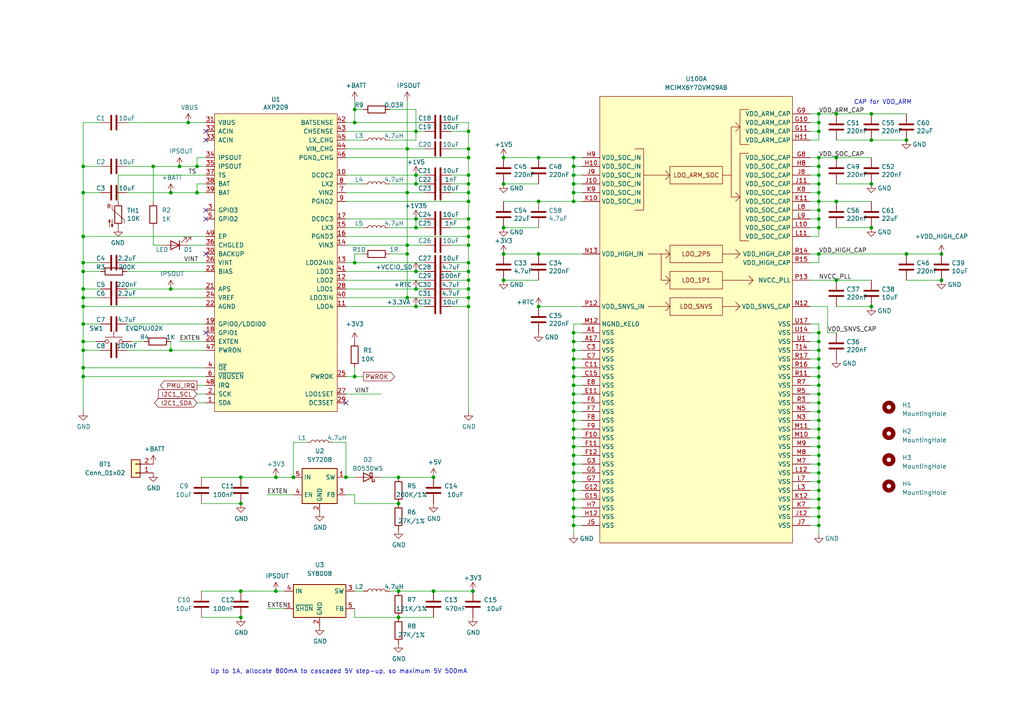
<source format=kicad_sch>
(kicad_sch (version 20210621) (generator eeschema)
  (paper "A4")
  (title_block (title "NekoInk Mainboard") (date "2021-09-28") (rev "R0.2") (company "Copyright 2021 Wenting Zhang") (comment 2 "MERCHANTABILITY, SATISFACTORY QUALITY AND FITNESS FOR A PARTICULAR PURPOSE.") (comment 3 "This source is distributed WITHOUT ANY EXPRESS OR IMPLIED WARRANTY, INCLUDING OF") (comment 4 "This source describes Open Hardware and is licensed under the CERN-OHL-P v2."))
  (junction (at 24.13 48.26) (diameter 0.9144))
  (junction (at 24.13 55.88) (diameter 0.9144))
  (junction (at 24.13 68.58) (diameter 0.9144))
  (junction (at 24.13 76.2) (diameter 0.9144))
  (junction (at 24.13 78.74) (diameter 0.9144))
  (junction (at 24.13 83.82) (diameter 0.9144))
  (junction (at 24.13 86.36) (diameter 0.9144))
  (junction (at 24.13 88.9) (diameter 0.9144))
  (junction (at 24.13 93.98) (diameter 0.9144))
  (junction (at 24.13 99.06))
  (junction (at 24.13 101.6) (diameter 0.9144))
  (junction (at 24.13 106.68) (diameter 0.9144))
  (junction (at 24.13 109.22))
  (junction (at 44.45 48.26))
  (junction (at 49.53 55.88) (diameter 0.9144))
  (junction (at 49.53 83.82) (diameter 0.9144))
  (junction (at 49.53 101.6))
  (junction (at 52.07 48.26) (diameter 0.9144))
  (junction (at 54.61 35.56) (diameter 0.9144))
  (junction (at 57.15 48.26) (diameter 0.9144))
  (junction (at 57.15 55.88) (diameter 0.9144))
  (junction (at 69.85 138.43) (diameter 0.9144))
  (junction (at 69.85 146.05) (diameter 0.9144))
  (junction (at 69.85 171.45) (diameter 0.9144))
  (junction (at 69.85 179.07) (diameter 0.9144))
  (junction (at 80.01 138.43))
  (junction (at 80.01 171.45) (diameter 0.9144))
  (junction (at 85.09 138.43) (diameter 0.9144))
  (junction (at 100.33 138.43) (diameter 0.9144))
  (junction (at 102.87 31.75) (diameter 0.9144))
  (junction (at 102.87 35.56) (diameter 0.9144))
  (junction (at 102.87 76.2) (diameter 0.9144))
  (junction (at 102.87 109.22))
  (junction (at 115.57 138.43) (diameter 0.9144))
  (junction (at 115.57 146.05) (diameter 0.9144))
  (junction (at 115.57 171.45) (diameter 0.9144))
  (junction (at 115.57 179.07) (diameter 0.9144))
  (junction (at 118.11 43.18) (diameter 0.9144))
  (junction (at 118.11 55.88) (diameter 0.9144))
  (junction (at 118.11 71.12) (diameter 0.9144))
  (junction (at 118.11 73.66) (diameter 0.9144))
  (junction (at 118.11 86.36) (diameter 0.9144))
  (junction (at 120.65 38.1) (diameter 0.9144))
  (junction (at 120.65 50.8) (diameter 0.9144))
  (junction (at 120.65 53.34) (diameter 0.9144))
  (junction (at 120.65 63.5) (diameter 0.9144))
  (junction (at 120.65 66.04) (diameter 0.9144))
  (junction (at 120.65 78.74))
  (junction (at 120.65 83.82) (diameter 0.9144))
  (junction (at 120.65 88.9) (diameter 0.9144))
  (junction (at 125.73 138.43) (diameter 0.9144))
  (junction (at 125.73 171.45))
  (junction (at 135.89 38.1) (diameter 0.9144))
  (junction (at 135.89 43.18) (diameter 0.9144))
  (junction (at 135.89 45.72) (diameter 0.9144))
  (junction (at 135.89 50.8) (diameter 0.9144))
  (junction (at 135.89 53.34) (diameter 0.9144))
  (junction (at 135.89 55.88) (diameter 0.9144))
  (junction (at 135.89 58.42) (diameter 0.9144))
  (junction (at 135.89 63.5) (diameter 0.9144))
  (junction (at 135.89 66.04) (diameter 0.9144))
  (junction (at 135.89 68.58) (diameter 0.9144))
  (junction (at 135.89 71.12) (diameter 0.9144))
  (junction (at 135.89 76.2) (diameter 0.9144))
  (junction (at 135.89 78.74) (diameter 0.9144))
  (junction (at 135.89 81.28) (diameter 0.9144))
  (junction (at 135.89 83.82) (diameter 0.9144))
  (junction (at 135.89 86.36) (diameter 0.9144))
  (junction (at 135.89 88.9) (diameter 0.9144))
  (junction (at 137.16 171.45))
  (junction (at 146.05 45.72) (diameter 0.9144))
  (junction (at 146.05 53.34))
  (junction (at 146.05 66.04) (diameter 0.9144))
  (junction (at 146.05 73.66) (diameter 0.9144))
  (junction (at 146.05 81.28) (diameter 0.9144))
  (junction (at 156.21 45.72) (diameter 0.9144))
  (junction (at 156.21 58.42))
  (junction (at 156.21 73.66) (diameter 0.9144))
  (junction (at 156.21 88.9) (diameter 0.9144))
  (junction (at 166.37 45.72) (diameter 0.9144))
  (junction (at 166.37 48.26) (diameter 0.9144))
  (junction (at 166.37 50.8) (diameter 0.9144))
  (junction (at 166.37 53.34) (diameter 0.9144))
  (junction (at 166.37 55.88) (diameter 0.9144))
  (junction (at 166.37 58.42))
  (junction (at 166.37 96.52) (diameter 0.9144))
  (junction (at 166.37 99.06) (diameter 0.9144))
  (junction (at 166.37 101.6) (diameter 0.9144))
  (junction (at 166.37 104.14) (diameter 0.9144))
  (junction (at 166.37 106.68) (diameter 0.9144))
  (junction (at 166.37 109.22) (diameter 0.9144))
  (junction (at 166.37 111.76) (diameter 0.9144))
  (junction (at 166.37 114.3) (diameter 0.9144))
  (junction (at 166.37 116.84) (diameter 0.9144))
  (junction (at 166.37 119.38) (diameter 0.9144))
  (junction (at 166.37 121.92) (diameter 0.9144))
  (junction (at 166.37 124.46) (diameter 0.9144))
  (junction (at 166.37 127) (diameter 0.9144))
  (junction (at 166.37 129.54) (diameter 0.9144))
  (junction (at 166.37 132.08) (diameter 0.9144))
  (junction (at 166.37 134.62) (diameter 0.9144))
  (junction (at 166.37 137.16) (diameter 0.9144))
  (junction (at 166.37 139.7) (diameter 0.9144))
  (junction (at 166.37 142.24) (diameter 0.9144))
  (junction (at 166.37 144.78) (diameter 0.9144))
  (junction (at 166.37 147.32) (diameter 0.9144))
  (junction (at 166.37 149.86) (diameter 0.9144))
  (junction (at 166.37 152.4) (diameter 0.9144))
  (junction (at 237.49 33.02) (diameter 0.9144))
  (junction (at 237.49 35.56) (diameter 0.9144))
  (junction (at 237.49 38.1) (diameter 0.9144))
  (junction (at 237.49 45.72) (diameter 0.9144))
  (junction (at 237.49 48.26) (diameter 0.9144))
  (junction (at 237.49 50.8) (diameter 0.9144))
  (junction (at 237.49 53.34) (diameter 0.9144))
  (junction (at 237.49 55.88) (diameter 0.9144))
  (junction (at 237.49 58.42) (diameter 0.9144))
  (junction (at 237.49 60.96) (diameter 0.9144))
  (junction (at 237.49 63.5) (diameter 0.9144))
  (junction (at 237.49 66.04) (diameter 0.9144))
  (junction (at 237.49 73.66) (diameter 0.9144))
  (junction (at 237.49 96.52) (diameter 0.9144))
  (junction (at 237.49 99.06) (diameter 0.9144))
  (junction (at 237.49 101.6) (diameter 0.9144))
  (junction (at 237.49 104.14) (diameter 0.9144))
  (junction (at 237.49 106.68) (diameter 0.9144))
  (junction (at 237.49 109.22) (diameter 0.9144))
  (junction (at 237.49 111.76) (diameter 0.9144))
  (junction (at 237.49 114.3) (diameter 0.9144))
  (junction (at 237.49 116.84) (diameter 0.9144))
  (junction (at 237.49 119.38) (diameter 0.9144))
  (junction (at 237.49 121.92) (diameter 0.9144))
  (junction (at 237.49 124.46) (diameter 0.9144))
  (junction (at 237.49 127) (diameter 0.9144))
  (junction (at 237.49 129.54) (diameter 0.9144))
  (junction (at 237.49 132.08) (diameter 0.9144))
  (junction (at 237.49 134.62) (diameter 0.9144))
  (junction (at 237.49 137.16) (diameter 0.9144))
  (junction (at 237.49 139.7) (diameter 0.9144))
  (junction (at 237.49 142.24) (diameter 0.9144))
  (junction (at 237.49 144.78) (diameter 0.9144))
  (junction (at 237.49 147.32) (diameter 0.9144))
  (junction (at 237.49 149.86) (diameter 0.9144))
  (junction (at 237.49 152.4) (diameter 0.9144))
  (junction (at 242.57 33.02) (diameter 0.9144))
  (junction (at 242.57 45.72) (diameter 0.9144))
  (junction (at 242.57 58.42))
  (junction (at 242.57 81.28))
  (junction (at 252.73 33.02) (diameter 0.9144))
  (junction (at 252.73 40.64) (diameter 0.9144))
  (junction (at 252.73 53.34) (diameter 0.9144))
  (junction (at 252.73 66.04) (diameter 0.9144))
  (junction (at 252.73 88.9) (diameter 0.9144))
  (junction (at 262.89 40.64) (diameter 0.9144))
  (junction (at 262.89 73.66) (diameter 0.9144))
  (junction (at 273.05 73.66) (diameter 0.9144))
  (junction (at 273.05 81.28) (diameter 0.9144))
  (no_connect (at 59.69 38.1))
  (no_connect (at 59.69 40.64))
  (no_connect (at 59.69 60.96))
  (no_connect (at 59.69 63.5))
  (no_connect (at 59.69 73.66))
  (no_connect (at 59.69 96.52))
  (no_connect (at 100.33 116.84))
  (wire (pts (xy 24.13 35.56) (xy 24.13 48.26)))
  (wire (pts (xy 24.13 48.26) (xy 24.13 55.88)))
  (wire (pts (xy 24.13 55.88) (xy 24.13 68.58)))
  (wire (pts (xy 24.13 68.58) (xy 24.13 76.2)))
  (wire (pts (xy 24.13 76.2) (xy 24.13 78.74)))
  (wire (pts (xy 24.13 78.74) (xy 24.13 83.82)))
  (wire (pts (xy 24.13 83.82) (xy 24.13 86.36)))
  (wire (pts (xy 24.13 86.36) (xy 24.13 88.9)))
  (wire (pts (xy 24.13 88.9) (xy 24.13 93.98)))
  (wire (pts (xy 24.13 88.9) (xy 59.69 88.9)))
  (wire (pts (xy 24.13 93.98) (xy 24.13 99.06)))
  (wire (pts (xy 24.13 99.06) (xy 24.13 101.6)))
  (wire (pts (xy 24.13 99.06) (xy 27.94 99.06)))
  (wire (pts (xy 24.13 101.6) (xy 24.13 106.68)))
  (wire (pts (xy 24.13 106.68) (xy 24.13 109.22)))
  (wire (pts (xy 24.13 109.22) (xy 24.13 119.38)))
  (wire (pts (xy 24.13 109.22) (xy 59.69 109.22)))
  (wire (pts (xy 29.21 35.56) (xy 24.13 35.56)))
  (wire (pts (xy 29.21 48.26) (xy 24.13 48.26)))
  (wire (pts (xy 29.21 55.88) (xy 24.13 55.88)))
  (wire (pts (xy 29.21 76.2) (xy 24.13 76.2)))
  (wire (pts (xy 29.21 78.74) (xy 24.13 78.74)))
  (wire (pts (xy 29.21 83.82) (xy 24.13 83.82)))
  (wire (pts (xy 29.21 86.36) (xy 24.13 86.36)))
  (wire (pts (xy 29.21 93.98) (xy 24.13 93.98)))
  (wire (pts (xy 29.21 101.6) (xy 24.13 101.6)))
  (wire (pts (xy 34.29 50.8) (xy 34.29 58.42)))
  (wire (pts (xy 36.83 35.56) (xy 54.61 35.56)))
  (wire (pts (xy 36.83 48.26) (xy 44.45 48.26)))
  (wire (pts (xy 36.83 76.2) (xy 59.69 76.2)))
  (wire (pts (xy 36.83 83.82) (xy 49.53 83.82)))
  (wire (pts (xy 36.83 86.36) (xy 59.69 86.36)))
  (wire (pts (xy 36.83 101.6) (xy 49.53 101.6)))
  (wire (pts (xy 38.1 99.06) (xy 41.91 99.06)))
  (wire (pts (xy 44.45 48.26) (xy 44.45 58.42)))
  (wire (pts (xy 44.45 48.26) (xy 52.07 48.26)))
  (wire (pts (xy 44.45 66.04) (xy 44.45 71.12)))
  (wire (pts (xy 44.45 71.12) (xy 46.99 71.12)))
  (wire (pts (xy 49.53 55.88) (xy 36.83 55.88)))
  (wire (pts (xy 49.53 83.82) (xy 59.69 83.82)))
  (wire (pts (xy 49.53 99.06) (xy 49.53 101.6)))
  (wire (pts (xy 49.53 101.6) (xy 59.69 101.6)))
  (wire (pts (xy 52.07 48.26) (xy 57.15 48.26)))
  (wire (pts (xy 52.07 99.06) (xy 59.69 99.06)))
  (wire (pts (xy 54.61 35.56) (xy 59.69 35.56)))
  (wire (pts (xy 54.61 71.12) (xy 59.69 71.12)))
  (wire (pts (xy 57.15 45.72) (xy 57.15 48.26)))
  (wire (pts (xy 57.15 48.26) (xy 59.69 48.26)))
  (wire (pts (xy 57.15 53.34) (xy 57.15 55.88)))
  (wire (pts (xy 57.15 55.88) (xy 49.53 55.88)))
  (wire (pts (xy 58.42 138.43) (xy 69.85 138.43)))
  (wire (pts (xy 58.42 146.05) (xy 69.85 146.05)))
  (wire (pts (xy 58.42 171.45) (xy 69.85 171.45)))
  (wire (pts (xy 58.42 179.07) (xy 69.85 179.07)))
  (wire (pts (xy 59.69 45.72) (xy 57.15 45.72)))
  (wire (pts (xy 59.69 50.8) (xy 34.29 50.8)))
  (wire (pts (xy 59.69 53.34) (xy 57.15 53.34)))
  (wire (pts (xy 59.69 55.88) (xy 57.15 55.88)))
  (wire (pts (xy 59.69 68.58) (xy 24.13 68.58)))
  (wire (pts (xy 59.69 78.74) (xy 36.83 78.74)))
  (wire (pts (xy 59.69 93.98) (xy 36.83 93.98)))
  (wire (pts (xy 59.69 106.68) (xy 24.13 106.68)))
  (wire (pts (xy 59.69 111.76) (xy 57.15 111.76)))
  (wire (pts (xy 59.69 114.3) (xy 57.15 114.3)))
  (wire (pts (xy 59.69 116.84) (xy 57.15 116.84)))
  (wire (pts (xy 69.85 138.43) (xy 80.01 138.43)))
  (wire (pts (xy 69.85 171.45) (xy 80.01 171.45)))
  (wire (pts (xy 77.47 143.51) (xy 85.09 143.51)))
  (wire (pts (xy 77.47 176.53) (xy 82.55 176.53)))
  (wire (pts (xy 80.01 138.43) (xy 85.09 138.43)))
  (wire (pts (xy 80.01 171.45) (xy 82.55 171.45)))
  (wire (pts (xy 85.09 128.27) (xy 85.09 138.43)))
  (wire (pts (xy 88.9 128.27) (xy 85.09 128.27)))
  (wire (pts (xy 96.52 128.27) (xy 100.33 128.27)))
  (wire (pts (xy 100.33 35.56) (xy 102.87 35.56)))
  (wire (pts (xy 100.33 38.1) (xy 120.65 38.1)))
  (wire (pts (xy 100.33 43.18) (xy 118.11 43.18)))
  (wire (pts (xy 100.33 45.72) (xy 135.89 45.72)))
  (wire (pts (xy 100.33 50.8) (xy 120.65 50.8)))
  (wire (pts (xy 100.33 53.34) (xy 105.41 53.34)))
  (wire (pts (xy 100.33 58.42) (xy 135.89 58.42)))
  (wire (pts (xy 100.33 63.5) (xy 120.65 63.5)))
  (wire (pts (xy 100.33 66.04) (xy 105.41 66.04)))
  (wire (pts (xy 100.33 68.58) (xy 135.89 68.58)))
  (wire (pts (xy 100.33 71.12) (xy 118.11 71.12)))
  (wire (pts (xy 100.33 78.74) (xy 120.65 78.74)))
  (wire (pts (xy 100.33 81.28) (xy 123.19 81.28)))
  (wire (pts (xy 100.33 83.82) (xy 120.65 83.82)))
  (wire (pts (xy 100.33 86.36) (xy 118.11 86.36)))
  (wire (pts (xy 100.33 88.9) (xy 120.65 88.9)))
  (wire (pts (xy 100.33 109.22) (xy 102.87 109.22)))
  (wire (pts (xy 100.33 114.3) (xy 110.49 114.3)))
  (wire (pts (xy 100.33 128.27) (xy 100.33 138.43)))
  (wire (pts (xy 100.33 138.43) (xy 102.87 138.43)))
  (wire (pts (xy 100.33 143.51) (xy 102.87 143.51)))
  (wire (pts (xy 102.87 29.21) (xy 102.87 31.75)))
  (wire (pts (xy 102.87 31.75) (xy 102.87 35.56)))
  (wire (pts (xy 102.87 35.56) (xy 123.19 35.56)))
  (wire (pts (xy 102.87 73.66) (xy 102.87 76.2)))
  (wire (pts (xy 102.87 76.2) (xy 100.33 76.2)))
  (wire (pts (xy 102.87 76.2) (xy 123.19 76.2)))
  (wire (pts (xy 102.87 106.68) (xy 102.87 109.22)))
  (wire (pts (xy 102.87 109.22) (xy 105.41 109.22)))
  (wire (pts (xy 102.87 146.05) (xy 102.87 143.51)))
  (wire (pts (xy 102.87 179.07) (xy 102.87 176.53)))
  (wire (pts (xy 105.41 31.75) (xy 102.87 31.75)))
  (wire (pts (xy 105.41 40.64) (xy 100.33 40.64)))
  (wire (pts (xy 105.41 73.66) (xy 102.87 73.66)))
  (wire (pts (xy 105.41 171.45) (xy 102.87 171.45)))
  (wire (pts (xy 110.49 138.43) (xy 115.57 138.43)))
  (wire (pts (xy 113.03 31.75) (xy 120.65 31.75)))
  (wire (pts (xy 113.03 53.34) (xy 120.65 53.34)))
  (wire (pts (xy 113.03 66.04) (xy 120.65 66.04)))
  (wire (pts (xy 113.03 73.66) (xy 118.11 73.66)))
  (wire (pts (xy 115.57 138.43) (xy 125.73 138.43)))
  (wire (pts (xy 115.57 146.05) (xy 102.87 146.05)))
  (wire (pts (xy 115.57 171.45) (xy 113.03 171.45)))
  (wire (pts (xy 115.57 171.45) (xy 125.73 171.45)))
  (wire (pts (xy 115.57 179.07) (xy 102.87 179.07)))
  (wire (pts (xy 115.57 179.07) (xy 125.73 179.07)))
  (wire (pts (xy 118.11 29.21) (xy 118.11 43.18)))
  (wire (pts (xy 118.11 43.18) (xy 118.11 55.88)))
  (wire (pts (xy 118.11 43.18) (xy 123.19 43.18)))
  (wire (pts (xy 118.11 55.88) (xy 100.33 55.88)))
  (wire (pts (xy 118.11 55.88) (xy 118.11 71.12)))
  (wire (pts (xy 118.11 71.12) (xy 123.19 71.12)))
  (wire (pts (xy 118.11 73.66) (xy 118.11 71.12)))
  (wire (pts (xy 118.11 73.66) (xy 118.11 86.36)))
  (wire (pts (xy 118.11 86.36) (xy 123.19 86.36)))
  (wire (pts (xy 120.65 31.75) (xy 120.65 38.1)))
  (wire (pts (xy 120.65 38.1) (xy 123.19 38.1)))
  (wire (pts (xy 120.65 40.64) (xy 113.03 40.64)))
  (wire (pts (xy 120.65 40.64) (xy 120.65 38.1)))
  (wire (pts (xy 120.65 50.8) (xy 123.19 50.8)))
  (wire (pts (xy 120.65 53.34) (xy 120.65 50.8)))
  (wire (pts (xy 120.65 53.34) (xy 123.19 53.34)))
  (wire (pts (xy 120.65 63.5) (xy 123.19 63.5)))
  (wire (pts (xy 120.65 66.04) (xy 120.65 63.5)))
  (wire (pts (xy 120.65 66.04) (xy 123.19 66.04)))
  (wire (pts (xy 120.65 78.74) (xy 123.19 78.74)))
  (wire (pts (xy 120.65 83.82) (xy 123.19 83.82)))
  (wire (pts (xy 120.65 88.9) (xy 123.19 88.9)))
  (wire (pts (xy 123.19 55.88) (xy 118.11 55.88)))
  (wire (pts (xy 125.73 171.45) (xy 137.16 171.45)))
  (wire (pts (xy 130.81 35.56) (xy 135.89 35.56)))
  (wire (pts (xy 130.81 38.1) (xy 135.89 38.1)))
  (wire (pts (xy 130.81 43.18) (xy 135.89 43.18)))
  (wire (pts (xy 130.81 50.8) (xy 135.89 50.8)))
  (wire (pts (xy 130.81 53.34) (xy 135.89 53.34)))
  (wire (pts (xy 130.81 55.88) (xy 135.89 55.88)))
  (wire (pts (xy 130.81 63.5) (xy 135.89 63.5)))
  (wire (pts (xy 130.81 66.04) (xy 135.89 66.04)))
  (wire (pts (xy 130.81 71.12) (xy 135.89 71.12)))
  (wire (pts (xy 130.81 76.2) (xy 135.89 76.2)))
  (wire (pts (xy 130.81 78.74) (xy 135.89 78.74)))
  (wire (pts (xy 130.81 81.28) (xy 135.89 81.28)))
  (wire (pts (xy 130.81 83.82) (xy 135.89 83.82)))
  (wire (pts (xy 130.81 86.36) (xy 135.89 86.36)))
  (wire (pts (xy 130.81 88.9) (xy 135.89 88.9)))
  (wire (pts (xy 135.89 35.56) (xy 135.89 38.1)))
  (wire (pts (xy 135.89 38.1) (xy 135.89 43.18)))
  (wire (pts (xy 135.89 43.18) (xy 135.89 45.72)))
  (wire (pts (xy 135.89 45.72) (xy 135.89 50.8)))
  (wire (pts (xy 135.89 50.8) (xy 135.89 53.34)))
  (wire (pts (xy 135.89 53.34) (xy 135.89 55.88)))
  (wire (pts (xy 135.89 55.88) (xy 135.89 58.42)))
  (wire (pts (xy 135.89 58.42) (xy 135.89 63.5)))
  (wire (pts (xy 135.89 63.5) (xy 135.89 66.04)))
  (wire (pts (xy 135.89 66.04) (xy 135.89 68.58)))
  (wire (pts (xy 135.89 68.58) (xy 135.89 71.12)))
  (wire (pts (xy 135.89 71.12) (xy 135.89 76.2)))
  (wire (pts (xy 135.89 76.2) (xy 135.89 78.74)))
  (wire (pts (xy 135.89 78.74) (xy 135.89 81.28)))
  (wire (pts (xy 135.89 81.28) (xy 135.89 83.82)))
  (wire (pts (xy 135.89 83.82) (xy 135.89 86.36)))
  (wire (pts (xy 135.89 86.36) (xy 135.89 88.9)))
  (wire (pts (xy 135.89 88.9) (xy 135.89 119.38)))
  (wire (pts (xy 146.05 45.72) (xy 156.21 45.72)))
  (wire (pts (xy 146.05 53.34) (xy 156.21 53.34)))
  (wire (pts (xy 146.05 58.42) (xy 156.21 58.42)))
  (wire (pts (xy 146.05 73.66) (xy 156.21 73.66)))
  (wire (pts (xy 146.05 81.28) (xy 156.21 81.28)))
  (wire (pts (xy 156.21 45.72) (xy 166.37 45.72)))
  (wire (pts (xy 156.21 58.42) (xy 166.37 58.42)))
  (wire (pts (xy 156.21 66.04) (xy 146.05 66.04)))
  (wire (pts (xy 156.21 73.66) (xy 168.91 73.66)))
  (wire (pts (xy 156.21 88.9) (xy 168.91 88.9)))
  (wire (pts (xy 166.37 45.72) (xy 166.37 48.26)))
  (wire (pts (xy 166.37 45.72) (xy 168.91 45.72)))
  (wire (pts (xy 166.37 48.26) (xy 166.37 50.8)))
  (wire (pts (xy 166.37 48.26) (xy 168.91 48.26)))
  (wire (pts (xy 166.37 50.8) (xy 166.37 53.34)))
  (wire (pts (xy 166.37 50.8) (xy 168.91 50.8)))
  (wire (pts (xy 166.37 53.34) (xy 166.37 55.88)))
  (wire (pts (xy 166.37 53.34) (xy 168.91 53.34)))
  (wire (pts (xy 166.37 55.88) (xy 166.37 58.42)))
  (wire (pts (xy 166.37 55.88) (xy 168.91 55.88)))
  (wire (pts (xy 166.37 93.98) (xy 166.37 96.52)))
  (wire (pts (xy 166.37 96.52) (xy 166.37 99.06)))
  (wire (pts (xy 166.37 96.52) (xy 168.91 96.52)))
  (wire (pts (xy 166.37 99.06) (xy 166.37 101.6)))
  (wire (pts (xy 166.37 99.06) (xy 168.91 99.06)))
  (wire (pts (xy 166.37 101.6) (xy 166.37 104.14)))
  (wire (pts (xy 166.37 101.6) (xy 168.91 101.6)))
  (wire (pts (xy 166.37 104.14) (xy 166.37 106.68)))
  (wire (pts (xy 166.37 104.14) (xy 168.91 104.14)))
  (wire (pts (xy 166.37 106.68) (xy 166.37 109.22)))
  (wire (pts (xy 166.37 106.68) (xy 168.91 106.68)))
  (wire (pts (xy 166.37 109.22) (xy 166.37 111.76)))
  (wire (pts (xy 166.37 109.22) (xy 168.91 109.22)))
  (wire (pts (xy 166.37 111.76) (xy 166.37 114.3)))
  (wire (pts (xy 166.37 111.76) (xy 168.91 111.76)))
  (wire (pts (xy 166.37 114.3) (xy 166.37 116.84)))
  (wire (pts (xy 166.37 114.3) (xy 168.91 114.3)))
  (wire (pts (xy 166.37 116.84) (xy 166.37 119.38)))
  (wire (pts (xy 166.37 116.84) (xy 168.91 116.84)))
  (wire (pts (xy 166.37 119.38) (xy 166.37 121.92)))
  (wire (pts (xy 166.37 119.38) (xy 168.91 119.38)))
  (wire (pts (xy 166.37 121.92) (xy 166.37 124.46)))
  (wire (pts (xy 166.37 121.92) (xy 168.91 121.92)))
  (wire (pts (xy 166.37 124.46) (xy 166.37 127)))
  (wire (pts (xy 166.37 124.46) (xy 168.91 124.46)))
  (wire (pts (xy 166.37 127) (xy 166.37 129.54)))
  (wire (pts (xy 166.37 127) (xy 168.91 127)))
  (wire (pts (xy 166.37 129.54) (xy 166.37 132.08)))
  (wire (pts (xy 166.37 129.54) (xy 168.91 129.54)))
  (wire (pts (xy 166.37 132.08) (xy 166.37 134.62)))
  (wire (pts (xy 166.37 132.08) (xy 168.91 132.08)))
  (wire (pts (xy 166.37 134.62) (xy 166.37 137.16)))
  (wire (pts (xy 166.37 134.62) (xy 168.91 134.62)))
  (wire (pts (xy 166.37 137.16) (xy 166.37 139.7)))
  (wire (pts (xy 166.37 137.16) (xy 168.91 137.16)))
  (wire (pts (xy 166.37 139.7) (xy 166.37 142.24)))
  (wire (pts (xy 166.37 139.7) (xy 168.91 139.7)))
  (wire (pts (xy 166.37 142.24) (xy 166.37 144.78)))
  (wire (pts (xy 166.37 142.24) (xy 168.91 142.24)))
  (wire (pts (xy 166.37 144.78) (xy 166.37 147.32)))
  (wire (pts (xy 166.37 144.78) (xy 168.91 144.78)))
  (wire (pts (xy 166.37 147.32) (xy 166.37 149.86)))
  (wire (pts (xy 166.37 147.32) (xy 168.91 147.32)))
  (wire (pts (xy 166.37 149.86) (xy 166.37 152.4)))
  (wire (pts (xy 166.37 149.86) (xy 168.91 149.86)))
  (wire (pts (xy 166.37 152.4) (xy 166.37 154.94)))
  (wire (pts (xy 166.37 152.4) (xy 168.91 152.4)))
  (wire (pts (xy 168.91 58.42) (xy 166.37 58.42)))
  (wire (pts (xy 168.91 93.98) (xy 166.37 93.98)))
  (wire (pts (xy 234.95 33.02) (xy 237.49 33.02)))
  (wire (pts (xy 234.95 35.56) (xy 237.49 35.56)))
  (wire (pts (xy 234.95 38.1) (xy 237.49 38.1)))
  (wire (pts (xy 234.95 40.64) (xy 237.49 40.64)))
  (wire (pts (xy 234.95 45.72) (xy 237.49 45.72)))
  (wire (pts (xy 234.95 48.26) (xy 237.49 48.26)))
  (wire (pts (xy 234.95 50.8) (xy 237.49 50.8)))
  (wire (pts (xy 234.95 53.34) (xy 237.49 53.34)))
  (wire (pts (xy 234.95 55.88) (xy 237.49 55.88)))
  (wire (pts (xy 234.95 58.42) (xy 237.49 58.42)))
  (wire (pts (xy 234.95 60.96) (xy 237.49 60.96)))
  (wire (pts (xy 234.95 63.5) (xy 237.49 63.5)))
  (wire (pts (xy 234.95 66.04) (xy 237.49 66.04)))
  (wire (pts (xy 234.95 68.58) (xy 237.49 68.58)))
  (wire (pts (xy 234.95 73.66) (xy 237.49 73.66)))
  (wire (pts (xy 234.95 76.2) (xy 237.49 76.2)))
  (wire (pts (xy 234.95 81.28) (xy 242.57 81.28)))
  (wire (pts (xy 234.95 88.9) (xy 240.03 88.9)))
  (wire (pts (xy 234.95 93.98) (xy 237.49 93.98)))
  (wire (pts (xy 234.95 96.52) (xy 237.49 96.52)))
  (wire (pts (xy 234.95 99.06) (xy 237.49 99.06)))
  (wire (pts (xy 234.95 101.6) (xy 237.49 101.6)))
  (wire (pts (xy 234.95 104.14) (xy 237.49 104.14)))
  (wire (pts (xy 234.95 106.68) (xy 237.49 106.68)))
  (wire (pts (xy 234.95 109.22) (xy 237.49 109.22)))
  (wire (pts (xy 234.95 111.76) (xy 237.49 111.76)))
  (wire (pts (xy 234.95 114.3) (xy 237.49 114.3)))
  (wire (pts (xy 234.95 116.84) (xy 237.49 116.84)))
  (wire (pts (xy 234.95 119.38) (xy 237.49 119.38)))
  (wire (pts (xy 234.95 121.92) (xy 237.49 121.92)))
  (wire (pts (xy 234.95 124.46) (xy 237.49 124.46)))
  (wire (pts (xy 234.95 127) (xy 237.49 127)))
  (wire (pts (xy 234.95 129.54) (xy 237.49 129.54)))
  (wire (pts (xy 234.95 132.08) (xy 237.49 132.08)))
  (wire (pts (xy 234.95 134.62) (xy 237.49 134.62)))
  (wire (pts (xy 234.95 137.16) (xy 237.49 137.16)))
  (wire (pts (xy 234.95 139.7) (xy 237.49 139.7)))
  (wire (pts (xy 234.95 142.24) (xy 237.49 142.24)))
  (wire (pts (xy 234.95 144.78) (xy 237.49 144.78)))
  (wire (pts (xy 234.95 147.32) (xy 237.49 147.32)))
  (wire (pts (xy 234.95 149.86) (xy 237.49 149.86)))
  (wire (pts (xy 234.95 152.4) (xy 237.49 152.4)))
  (wire (pts (xy 237.49 33.02) (xy 237.49 35.56)))
  (wire (pts (xy 237.49 33.02) (xy 242.57 33.02)))
  (wire (pts (xy 237.49 35.56) (xy 237.49 38.1)))
  (wire (pts (xy 237.49 38.1) (xy 237.49 40.64)))
  (wire (pts (xy 237.49 45.72) (xy 242.57 45.72)))
  (wire (pts (xy 237.49 48.26) (xy 237.49 45.72)))
  (wire (pts (xy 237.49 50.8) (xy 237.49 48.26)))
  (wire (pts (xy 237.49 53.34) (xy 237.49 50.8)))
  (wire (pts (xy 237.49 55.88) (xy 237.49 53.34)))
  (wire (pts (xy 237.49 58.42) (xy 237.49 55.88)))
  (wire (pts (xy 237.49 58.42) (xy 242.57 58.42)))
  (wire (pts (xy 237.49 60.96) (xy 237.49 58.42)))
  (wire (pts (xy 237.49 63.5) (xy 237.49 60.96)))
  (wire (pts (xy 237.49 66.04) (xy 237.49 63.5)))
  (wire (pts (xy 237.49 68.58) (xy 237.49 66.04)))
  (wire (pts (xy 237.49 73.66) (xy 262.89 73.66)))
  (wire (pts (xy 237.49 76.2) (xy 237.49 73.66)))
  (wire (pts (xy 237.49 93.98) (xy 237.49 96.52)))
  (wire (pts (xy 237.49 96.52) (xy 237.49 99.06)))
  (wire (pts (xy 237.49 99.06) (xy 237.49 101.6)))
  (wire (pts (xy 237.49 101.6) (xy 237.49 104.14)))
  (wire (pts (xy 237.49 104.14) (xy 237.49 106.68)))
  (wire (pts (xy 237.49 106.68) (xy 237.49 109.22)))
  (wire (pts (xy 237.49 109.22) (xy 237.49 111.76)))
  (wire (pts (xy 237.49 111.76) (xy 237.49 114.3)))
  (wire (pts (xy 237.49 114.3) (xy 237.49 116.84)))
  (wire (pts (xy 237.49 116.84) (xy 237.49 119.38)))
  (wire (pts (xy 237.49 119.38) (xy 237.49 121.92)))
  (wire (pts (xy 237.49 121.92) (xy 237.49 124.46)))
  (wire (pts (xy 237.49 124.46) (xy 237.49 127)))
  (wire (pts (xy 237.49 127) (xy 237.49 129.54)))
  (wire (pts (xy 237.49 129.54) (xy 237.49 132.08)))
  (wire (pts (xy 237.49 132.08) (xy 237.49 134.62)))
  (wire (pts (xy 237.49 134.62) (xy 237.49 137.16)))
  (wire (pts (xy 237.49 137.16) (xy 237.49 139.7)))
  (wire (pts (xy 237.49 139.7) (xy 237.49 142.24)))
  (wire (pts (xy 237.49 142.24) (xy 237.49 144.78)))
  (wire (pts (xy 237.49 144.78) (xy 237.49 147.32)))
  (wire (pts (xy 237.49 147.32) (xy 237.49 149.86)))
  (wire (pts (xy 237.49 149.86) (xy 237.49 152.4)))
  (wire (pts (xy 237.49 152.4) (xy 237.49 154.94)))
  (wire (pts (xy 240.03 88.9) (xy 240.03 96.52)))
  (wire (pts (xy 242.57 33.02) (xy 252.73 33.02)))
  (wire (pts (xy 242.57 58.42) (xy 252.73 58.42)))
  (wire (pts (xy 242.57 81.28) (xy 252.73 81.28)))
  (wire (pts (xy 242.57 88.9) (xy 252.73 88.9)))
  (wire (pts (xy 242.57 96.52) (xy 240.03 96.52)))
  (wire (pts (xy 252.73 33.02) (xy 262.89 33.02)))
  (wire (pts (xy 252.73 40.64) (xy 242.57 40.64)))
  (wire (pts (xy 252.73 45.72) (xy 242.57 45.72)))
  (wire (pts (xy 252.73 53.34) (xy 242.57 53.34)))
  (wire (pts (xy 252.73 66.04) (xy 242.57 66.04)))
  (wire (pts (xy 262.89 40.64) (xy 252.73 40.64)))
  (wire (pts (xy 262.89 73.66) (xy 273.05 73.66)))
  (wire (pts (xy 262.89 81.28) (xy 273.05 81.28)))
  (text "Up to 1A, allocate 800mA to cascaded 5V step-up, so maximum 5V 500mA" (at 60.96 195.58 0) (effects (font (size 1.27 1.27)) (justify left bottom)))
  (text "CAP for VDD_ARM" (at 247.65 30.48 0) (effects (font (size 1.27 1.27)) (justify left bottom)))
  (label "EXTEN" (at 52.07 99.06 0))
  (label "VINT" (at 53.34 76.2 0))
  (label "TS" (at 54.61 50.8 0))
  (label "EXTEN" (at 77.47 143.51 0))
  (label "EXTEN" (at 77.47 176.53 0))
  (label "VINT" (at 102.87 114.3 0))
  (label "VDD_ARM_CAP" (at 237.49 33.02 0))
  (label "VDD_SOC_CAP" (at 237.49 45.72 0))
  (label "VDD_HIGH_CAP" (at 237.49 73.66 0))
  (label "NVCC_PLL" (at 237.49 81.28 0))
  (label "VDD_SNVS_CAP" (at 240.03 96.52 0))
  (global_label "PMU_IRQ" (shape output) (at 57.15 111.76 180) (property "Intersheet References" "${INTERSHEET_REFS}" (effects hide)))
  (global_label "I2C1_SCL" (shape input) (at 57.15 114.3 180) (property "Intersheet References" "${INTERSHEET_REFS}" (effects hide)))
  (global_label "I2C1_SDA" (shape bidirectional) (at 57.15 116.84 180) (property "Intersheet References" "${INTERSHEET_REFS}" (effects hide)))
  (global_label "PWROK" (shape output) (at 105.41 109.22 0) (property "Intersheet References" "${INTERSHEET_REFS}" (effects hide)))
  (symbol (lib_id "power:+BATT") (at 44.45 134.62 0) (unit 1)
    (property "Reference" "#PWR01" (effects hide))
    (property "Value" "+BATT" (at 44.831 130.2258 0))
  )
  (symbol (lib_id "power:+BATT") (at 49.53 55.88 0) (unit 1)
    (property "Reference" "#PWR05" (effects hide))
    (property "Value" "+BATT" (at 49.911 51.4858 0))
  )
  (symbol (lib_id "symbols:IPSOUT") (at 49.53 83.82 0) (unit 1)
    (property "Reference" "#PWR06" (effects hide))
    (property "Value" "IPSOUT" (at 49.9618 79.4258 0))
  )
  (symbol (lib_id "symbols:IPSOUT") (at 52.07 48.26 0) (unit 1)
    (property "Reference" "#PWR07" (effects hide))
    (property "Value" "IPSOUT" (at 52.5018 43.8658 0))
  )
  (symbol (lib_id "power:VBUS") (at 54.61 35.56 0) (unit 1)
    (property "Reference" "#PWR08" (effects hide))
    (property "Value" "VBUS" (at 54.991 31.1658 0))
  )
  (symbol (lib_id "power:+3V3") (at 80.01 138.43 0) (unit 1)
    (property "Reference" "#PWR011" (effects hide))
    (property "Value" "+3V3" (at 80.01 134.62 0))
  )
  (symbol (lib_id "symbols:IPSOUT") (at 80.01 171.45 0) (unit 1)
    (property "Reference" "#PWR012" (effects hide))
    (property "Value" "IPSOUT" (at 80.4418 167.0558 0))
  )
  (symbol (lib_id "power:+BATT") (at 102.87 29.21 0) (unit 1)
    (property "Reference" "#PWR015" (effects hide))
    (property "Value" "+BATT" (at 103.251 24.8158 0))
  )
  (symbol (lib_id "power:+3V3") (at 102.87 99.06 0) (unit 1)
    (property "Reference" "#PWR039" (effects hide))
    (property "Value" "+3V3" (at 102.87 93.98 0))
  )
  (symbol (lib_id "symbols:IPSOUT") (at 118.11 29.21 0) (unit 1)
    (property "Reference" "#PWR022" (effects hide))
    (property "Value" "IPSOUT" (at 118.5418 24.8158 0))
  )
  (symbol (lib_id "power:+1V5") (at 120.65 50.8 0) (unit 1)
    (property "Reference" "#PWR023" (effects hide))
    (property "Value" "+1V5" (at 120.65 46.99 0))
  )
  (symbol (lib_id "power:+1V35") (at 120.65 63.5 0) (unit 1)
    (property "Reference" "#PWR024" (effects hide))
    (property "Value" "+1V35" (at 120.65 59.69 0))
  )
  (symbol (lib_id "symbols:+VCCIO_SD") (at 120.65 78.74 0) (unit 1)
    (property "Reference" "#PWR040" (effects hide))
    (property "Value" "+VCCIO_SD" (at 114.3 77.47 0))
  )
  (symbol (lib_id "symbols:+RTC") (at 120.65 83.82 0) (unit 1)
    (property "Reference" "#PWR025" (effects hide))
    (property "Value" "+RTC" (at 116.84 82.55 0))
  )
  (symbol (lib_id "power:+3.3VA") (at 120.65 88.9 0) (unit 1)
    (property "Reference" "#PWR026" (effects hide))
    (property "Value" "+3.3VA" (at 115.57 87.63 0))
  )
  (symbol (lib_id "power:+5V") (at 125.73 138.43 0) (unit 1)
    (property "Reference" "#PWR018" (effects hide))
    (property "Value" "+5V" (at 126.111 134.0358 0))
  )
  (symbol (lib_id "power:+3V3") (at 137.16 171.45 0) (unit 1)
    (property "Reference" "#PWR020" (effects hide))
    (property "Value" "+3V3" (at 137.16 167.64 0))
  )
  (symbol (lib_id "power:+1V5") (at 146.05 45.72 0) (unit 1)
    (property "Reference" "#PWR028" (effects hide))
    (property "Value" "+1V5" (at 146.05 41.91 0))
  )
  (symbol (lib_id "power:+3V3") (at 146.05 73.66 0) (unit 1)
    (property "Reference" "#PWR029" (effects hide))
    (property "Value" "+3V3" (at 146.05 69.85 0))
  )
  (symbol (lib_id "symbols:+RTC") (at 156.21 88.9 0) (unit 1)
    (property "Reference" "#PWR031" (effects hide))
    (property "Value" "+RTC" (at 152.4 87.63 0))
  )
  (symbol (lib_id "symbols:+VDD_HIGH_CAP") (at 273.05 73.66 0) (unit 1)
    (property "Reference" "#PWR043" (effects hide))
    (property "Value" "+VDD_HIGH_CAP" (at 273.05 68.58 0))
  )
  (symbol (lib_id "power:GND") (at 24.13 119.38 0) (unit 1)
    (property "Reference" "#PWR04" (effects hide))
    (property "Value" "GND" (at 24.257 123.7742 0))
  )
  (symbol (lib_id "power:GND") (at 34.29 66.04 0) (mirror y) (unit 1)
    (property "Reference" "#PWR03" (effects hide))
    (property "Value" "GND" (at 34.163 70.4342 0))
  )
  (symbol (lib_id "power:GND") (at 44.45 137.16 0) (unit 1)
    (property "Reference" "#PWR02" (effects hide))
    (property "Value" "GND" (at 44.577 141.5542 0))
  )
  (symbol (lib_id "power:GND") (at 69.85 146.05 0) (unit 1)
    (property "Reference" "#PWR09" (effects hide))
    (property "Value" "GND" (at 69.977 150.4442 0))
  )
  (symbol (lib_id "power:GND") (at 69.85 179.07 0) (unit 1)
    (property "Reference" "#PWR010" (effects hide))
    (property "Value" "GND" (at 69.977 183.4642 0))
  )
  (symbol (lib_id "power:GND") (at 92.71 148.59 0) (unit 1)
    (property "Reference" "#PWR013" (effects hide))
    (property "Value" "GND" (at 92.837 152.9842 0))
  )
  (symbol (lib_id "power:GND") (at 92.71 181.61 0) (unit 1)
    (property "Reference" "#PWR014" (effects hide))
    (property "Value" "GND" (at 92.837 186.0042 0))
  )
  (symbol (lib_id "power:GND") (at 115.57 153.67 0) (unit 1)
    (property "Reference" "#PWR016" (effects hide))
    (property "Value" "GND" (at 115.697 158.0642 0))
  )
  (symbol (lib_id "power:GND") (at 115.57 186.69 0) (unit 1)
    (property "Reference" "#PWR017" (effects hide))
    (property "Value" "GND" (at 115.697 191.0842 0))
  )
  (symbol (lib_id "power:GND") (at 125.73 146.05 0) (unit 1)
    (property "Reference" "#PWR019" (effects hide))
    (property "Value" "GND" (at 125.857 150.4442 0))
  )
  (symbol (lib_id "power:GND") (at 135.89 119.38 0) (unit 1)
    (property "Reference" "#PWR027" (effects hide))
    (property "Value" "GND" (at 136.017 123.7742 0))
  )
  (symbol (lib_id "power:GND") (at 137.16 179.07 0) (unit 1)
    (property "Reference" "#PWR021" (effects hide))
    (property "Value" "GND" (at 137.287 183.4642 0))
  )
  (symbol (lib_id "power:GND") (at 146.05 53.34 0) (unit 1)
    (property "Reference" "#PWR041" (effects hide))
    (property "Value" "GND" (at 149.86 54.61 0))
  )
  (symbol (lib_id "power:GND") (at 146.05 66.04 0) (unit 1)
    (property "Reference" "#PWR074" (effects hide))
    (property "Value" "GND" (at 149.86 67.31 0))
  )
  (symbol (lib_id "power:GND") (at 146.05 81.28 0) (unit 1)
    (property "Reference" "#PWR030" (effects hide))
    (property "Value" "GND" (at 149.86 82.55 0))
  )
  (symbol (lib_id "power:GND") (at 156.21 96.52 0) (unit 1)
    (property "Reference" "#PWR032" (effects hide))
    (property "Value" "GND" (at 160.02 97.79 0))
  )
  (symbol (lib_id "power:GND") (at 166.37 154.94 0) (unit 1)
    (property "Reference" "#PWR033" (effects hide))
    (property "Value" "GND" (at 170.18 156.21 0))
  )
  (symbol (lib_id "power:GND") (at 237.49 154.94 0) (unit 1)
    (property "Reference" "#PWR034" (effects hide))
    (property "Value" "GND" (at 241.3 156.21 0))
  )
  (symbol (lib_id "power:GND") (at 242.57 104.14 0) (unit 1)
    (property "Reference" "#PWR035" (effects hide))
    (property "Value" "GND" (at 246.38 105.41 0))
  )
  (symbol (lib_id "power:GND") (at 252.73 53.34 0) (unit 1)
    (property "Reference" "#PWR042" (effects hide))
    (property "Value" "GND" (at 256.54 54.61 0))
  )
  (symbol (lib_id "power:GND") (at 252.73 66.04 0) (unit 1)
    (property "Reference" "#PWR037" (effects hide))
    (property "Value" "GND" (at 256.54 67.31 0))
  )
  (symbol (lib_id "power:GND") (at 252.73 88.9 0) (unit 1)
    (property "Reference" "#PWR036" (effects hide))
    (property "Value" "GND" (at 256.54 90.17 0))
  )
  (symbol (lib_id "power:GND") (at 262.89 40.64 0) (unit 1)
    (property "Reference" "#PWR064" (effects hide))
    (property "Value" "GND" (at 266.7 41.91 0))
  )
  (symbol (lib_id "power:GND") (at 273.05 81.28 0) (unit 1)
    (property "Reference" "#PWR038" (effects hide))
    (property "Value" "GND" (at 276.86 82.55 0))
  )
  (symbol (lib_id "Device:L") (at 92.71 128.27 90) (unit 1)
    (property "Reference" "L1" (at 87.63 127 90))
    (property "Value" "4.7uH" (at 97.79 127 90))
    (property "Footprint" "footprints:L_1212" (effects hide))
  )
  (symbol (lib_id "Device:L") (at 109.22 40.64 90) (unit 1)
    (property "Reference" "L3" (at 104.14 39.37 90))
    (property "Value" "4.7uH" (at 114.3 39.37 90))
    (property "Footprint" "footprints:L_1212" (effects hide))
  )
  (symbol (lib_id "Device:L") (at 109.22 53.34 90) (unit 1)
    (property "Reference" "L4" (at 104.14 52.07 90))
    (property "Value" "4.7uH" (at 114.3 52.07 90))
    (property "Footprint" "footprints:L_1212" (effects hide))
  )
  (symbol (lib_id "Device:L") (at 109.22 66.04 90) (unit 1)
    (property "Reference" "L5" (at 104.14 64.77 90))
    (property "Value" "4.7uH" (at 114.3 64.77 90))
    (property "Footprint" "footprints:L_1212" (effects hide))
  )
  (symbol (lib_id "Device:L") (at 109.22 171.45 90) (unit 1)
    (property "Reference" "L2" (at 104.14 170.18 90))
    (property "Value" "4.7uH" (at 114.3 170.18 90))
    (property "Footprint" "footprints:L_1212" (effects hide))
  )
  (symbol (lib_id "Mechanical:MountingHole") (at 257.81 118.11 0) (unit 1)
    (property "Reference" "H1" (at 261.62 117.4749 0) (effects (justify left)))
    (property "Value" "MountingHole" (at 261.62 120.0149 0) (effects (justify left)))
    (property "Footprint" "MountingHole:MountingHole_2.2mm_M2_DIN965" (effects hide))
  )
  (symbol (lib_id "Mechanical:MountingHole") (at 257.81 125.73 0) (unit 1)
    (property "Reference" "H2" (at 261.62 125.0949 0) (effects (justify left)))
    (property "Value" "MountingHole" (at 261.62 127.6349 0) (effects (justify left)))
    (property "Footprint" "MountingHole:MountingHole_2.2mm_M2_DIN965" (effects hide))
  )
  (symbol (lib_id "Mechanical:MountingHole") (at 257.81 133.35 0) (unit 1)
    (property "Reference" "H3" (at 261.62 132.7149 0) (effects (justify left)))
    (property "Value" "MountingHole" (at 261.62 135.2549 0) (effects (justify left)))
    (property "Footprint" "MountingHole:MountingHole_2.2mm_M2_DIN965" (effects hide))
  )
  (symbol (lib_id "Mechanical:MountingHole") (at 257.81 140.97 0) (unit 1)
    (property "Reference" "H4" (at 261.62 140.3349 0) (effects (justify left)))
    (property "Value" "MountingHole" (at 261.62 142.8749 0) (effects (justify left)))
    (property "Footprint" "MountingHole:MountingHole_2.2mm_M2_DIN965" (effects hide))
  )
  (symbol (lib_id "Device:R") (at 33.02 78.74 270) (unit 1)
    (property "Reference" "R3" (at 29.21 77.47 90))
    (property "Value" "200K" (at 36.83 77.47 90))
    (property "Footprint" "Resistor_SMD:R_0402_1005Metric" (effects hide))
  )
  (symbol (lib_id "Device:R") (at 44.45 62.23 0) (unit 1)
    (property "Reference" "R2" (at 48.26 60.96 0))
    (property "Value" "1K" (at 48.26 63.5 0))
    (property "Footprint" "Resistor_SMD:R_0402_1005Metric" (effects hide))
  )
  (symbol (lib_id "Device:R") (at 45.72 99.06 270) (unit 1)
    (property "Reference" "R4" (at 41.91 97.79 90))
    (property "Value" "1K" (at 49.53 97.79 90))
    (property "Footprint" "Resistor_SMD:R_0402_1005Metric" (effects hide))
  )
  (symbol (lib_id "Device:R") (at 102.87 102.87 0) (unit 1)
    (property "Reference" "R1" (at 106.68 101.6 0))
    (property "Value" "10K" (at 106.68 104.14 0))
    (property "Footprint" "Resistor_SMD:R_0402_1005Metric" (effects hide))
  )
  (symbol (lib_id "Device:R") (at 109.22 31.75 270) (unit 1)
    (property "Reference" "R9" (at 104.14 30.48 90))
    (property "Value" "0.03R" (at 114.3 30.48 90))
    (property "Footprint" "Resistor_SMD:R_0805_2012Metric" (effects hide))
  )
  (symbol (lib_id "Device:R") (at 109.22 73.66 270) (unit 1)
    (property "Reference" "R10" (at 104.14 72.39 90))
    (property "Value" "1R" (at 114.3 72.39 90))
    (property "Footprint" "Resistor_SMD:R_0603_1608Metric" (effects hide))
  )
  (symbol (lib_id "Device:R") (at 115.57 142.24 180) (unit 1)
    (property "Reference" "R5" (at 119.38 140.97 0))
    (property "Value" "200K/1%" (at 119.38 143.51 0))
    (property "Footprint" "Resistor_SMD:R_0402_1005Metric" (effects hide))
  )
  (symbol (lib_id "Device:R") (at 115.57 149.86 180) (unit 1)
    (property "Reference" "R6" (at 119.38 148.59 0))
    (property "Value" "27K/1%" (at 119.38 151.13 0))
    (property "Footprint" "Resistor_SMD:R_0402_1005Metric" (effects hide))
  )
  (symbol (lib_id "Device:R") (at 115.57 175.26 180) (unit 1)
    (property "Reference" "R7" (at 119.38 173.99 0))
    (property "Value" "121K/1%" (at 119.38 176.53 0))
    (property "Footprint" "Resistor_SMD:R_0402_1005Metric" (effects hide))
  )
  (symbol (lib_id "Device:R") (at 115.57 182.88 180) (unit 1)
    (property "Reference" "R8" (at 119.38 181.61 0))
    (property "Value" "27K/1%" (at 119.38 184.15 0))
    (property "Footprint" "Resistor_SMD:R_0402_1005Metric" (effects hide))
  )
  (symbol (lib_id "Diode:MBR0530") (at 106.68 138.43 180) (unit 1)
    (property "Reference" "D2" (at 106.68 133.35 0))
    (property "Value" "B0530WS" (at 106.68 135.89 0))
    (property "Footprint" "Diode_SMD:D_SOD-323" (effects hide))
    (property "Datasheet" "http://www.mccsemi.com/up_pdf/MBR0520~MBR0580(SOD123).pdf" (effects hide))
  )
  (symbol (lib_id "Device:LED") (at 50.8 71.12 180) (unit 1)
    (property "Reference" "D1" (at 54.61 72.39 0))
    (property "Value" "LED" (at 46.99 72.39 0))
    (property "Footprint" "Diode_SMD:D_0603_1608Metric" (effects hide))
  )
  (symbol (lib_id "Connector_Generic:Conn_01x02") (at 39.37 137.16 180) (unit 1)
    (property "Reference" "BT1" (at 30.48 134.62 0))
    (property "Value" "Conn_01x02" (at 30.48 137.16 0))
    (property "Footprint" "Connector_Molex:Molex_PicoBlade_53261-0271_1x02-1MP_P1.25mm_Horizontal" (effects hide))
  )
  (symbol (lib_id "Device:C") (at 33.02 35.56 270) (unit 1)
    (property "Reference" "C1" (at 29.21 34.29 90))
    (property "Value" "10uF" (at 36.83 34.29 90))
    (property "Footprint" "Capacitor_SMD:C_0603_1608Metric" (effects hide))
  )
  (symbol (lib_id "Device:C") (at 33.02 48.26 270) (unit 1)
    (property "Reference" "C2" (at 29.21 46.99 90))
    (property "Value" "10uF" (at 36.83 46.99 90))
    (property "Footprint" "Capacitor_SMD:C_0603_1608Metric" (effects hide))
  )
  (symbol (lib_id "Device:C") (at 33.02 55.88 270) (unit 1)
    (property "Reference" "C3" (at 29.21 54.61 90))
    (property "Value" "10uF" (at 36.83 54.61 90))
    (property "Footprint" "Capacitor_SMD:C_0603_1608Metric" (effects hide))
  )
  (symbol (lib_id "Device:C") (at 33.02 76.2 270) (unit 1)
    (property "Reference" "C4" (at 29.21 74.93 90))
    (property "Value" "2.2uF" (at 36.83 74.93 90))
    (property "Footprint" "Capacitor_SMD:C_0402_1005Metric" (effects hide))
  )
  (symbol (lib_id "Device:C") (at 33.02 83.82 270) (unit 1)
    (property "Reference" "C5" (at 29.21 82.55 90))
    (property "Value" "220nF" (at 36.83 82.55 90))
    (property "Footprint" "Capacitor_SMD:C_0402_1005Metric" (effects hide))
  )
  (symbol (lib_id "Device:C") (at 33.02 86.36 270) (unit 1)
    (property "Reference" "C6" (at 29.21 85.09 90))
    (property "Value" "2.2uF" (at 36.83 85.09 90))
    (property "Footprint" "Capacitor_SMD:C_0402_1005Metric" (effects hide))
  )
  (symbol (lib_id "Device:C") (at 33.02 93.98 270) (unit 1)
    (property "Reference" "C7" (at 29.21 92.71 90))
    (property "Value" "4.7uF" (at 36.83 92.71 90))
    (property "Footprint" "Capacitor_SMD:C_0603_1608Metric" (effects hide))
  )
  (symbol (lib_id "Device:C") (at 33.02 101.6 270) (unit 1)
    (property "Reference" "C8" (at 29.21 100.33 90))
    (property "Value" "100nF" (at 36.83 100.33 90))
    (property "Footprint" "Capacitor_SMD:C_0402_1005Metric" (effects hide))
  )
  (symbol (lib_id "Device:C") (at 58.42 142.24 180) (unit 1)
    (property "Reference" "C9" (at 53.34 140.97 0))
    (property "Value" "10uF" (at 53.34 143.51 0))
    (property "Footprint" "Capacitor_SMD:C_0805_2012Metric" (effects hide))
  )
  (symbol (lib_id "Device:C") (at 58.42 175.26 180) (unit 1)
    (property "Reference" "C10" (at 53.34 173.99 0))
    (property "Value" "10uF" (at 53.34 176.53 0))
    (property "Footprint" "Capacitor_SMD:C_0805_2012Metric" (effects hide))
  )
  (symbol (lib_id "Device:C") (at 69.85 142.24 180) (unit 1)
    (property "Reference" "C11" (at 66.04 140.97 0))
    (property "Value" "100nF" (at 64.77 143.51 0))
    (property "Footprint" "Capacitor_SMD:C_0402_1005Metric" (effects hide))
  )
  (symbol (lib_id "Device:C") (at 69.85 175.26 180) (unit 1)
    (property "Reference" "C12" (at 66.04 173.99 0))
    (property "Value" "100nF" (at 64.77 176.53 0))
    (property "Footprint" "Capacitor_SMD:C_0402_1005Metric" (effects hide))
  )
  (symbol (lib_id "Device:C") (at 125.73 142.24 180) (unit 1)
    (property "Reference" "C14" (at 130.81 140.97 0))
    (property "Value" "10uF" (at 132.08 143.51 0))
    (property "Footprint" "Capacitor_SMD:C_0603_1608Metric" (effects hide))
  )
  (symbol (lib_id "Device:C") (at 125.73 175.26 180) (unit 1)
    (property "Reference" "C13" (at 130.81 173.99 0))
    (property "Value" "470nF" (at 132.08 176.53 0))
    (property "Footprint" "Capacitor_SMD:C_0402_1005Metric" (effects hide))
  )
  (symbol (lib_id "Device:C") (at 127 35.56 270) (unit 1)
    (property "Reference" "C18" (at 123.19 34.29 90))
    (property "Value" "10uF" (at 130.81 34.29 90))
    (property "Footprint" "Capacitor_SMD:C_0603_1608Metric" (effects hide))
  )
  (symbol (lib_id "Device:C") (at 127 38.1 270) (unit 1)
    (property "Reference" "C19" (at 123.19 36.83 90))
    (property "Value" "10uF" (at 130.81 36.83 90))
    (property "Footprint" "Capacitor_SMD:C_0603_1608Metric" (effects hide))
  )
  (symbol (lib_id "Device:C") (at 127 43.18 270) (unit 1)
    (property "Reference" "C20" (at 123.19 41.91 90))
    (property "Value" "10uF" (at 130.81 41.91 90))
    (property "Footprint" "Capacitor_SMD:C_0603_1608Metric" (effects hide))
  )
  (symbol (lib_id "Device:C") (at 127 50.8 270) (unit 1)
    (property "Reference" "C21" (at 123.19 49.53 90))
    (property "Value" "10uF" (at 130.81 49.53 90))
    (property "Footprint" "Capacitor_SMD:C_0603_1608Metric" (effects hide))
  )
  (symbol (lib_id "Device:C") (at 127 53.34 270) (unit 1)
    (property "Reference" "C22" (at 123.19 52.07 90))
    (property "Value" "1nF" (at 130.81 52.07 90))
    (property "Footprint" "Capacitor_SMD:C_0402_1005Metric" (effects hide))
  )
  (symbol (lib_id "Device:C") (at 127 55.88 270) (unit 1)
    (property "Reference" "C23" (at 123.19 54.61 90))
    (property "Value" "10uF" (at 130.81 54.61 90))
    (property "Footprint" "Capacitor_SMD:C_0603_1608Metric" (effects hide))
  )
  (symbol (lib_id "Device:C") (at 127 63.5 270) (unit 1)
    (property "Reference" "C24" (at 123.19 62.23 90))
    (property "Value" "10uF" (at 130.81 62.23 90))
    (property "Footprint" "Capacitor_SMD:C_0603_1608Metric" (effects hide))
  )
  (symbol (lib_id "Device:C") (at 127 66.04 270) (unit 1)
    (property "Reference" "C25" (at 123.19 64.77 90))
    (property "Value" "1nF" (at 130.81 64.77 90))
    (property "Footprint" "Capacitor_SMD:C_0402_1005Metric" (effects hide))
  )
  (symbol (lib_id "Device:C") (at 127 71.12 270) (unit 1)
    (property "Reference" "C26" (at 123.19 69.85 90))
    (property "Value" "10uF" (at 130.81 69.85 90))
    (property "Footprint" "Capacitor_SMD:C_0603_1608Metric" (effects hide))
  )
  (symbol (lib_id "Device:C") (at 127 76.2 270) (unit 1)
    (property "Reference" "C27" (at 123.19 74.93 90))
    (property "Value" "10uF" (at 130.81 74.93 90))
    (property "Footprint" "Capacitor_SMD:C_0603_1608Metric" (effects hide))
  )
  (symbol (lib_id "Device:C") (at 127 78.74 270) (unit 1)
    (property "Reference" "C28" (at 123.19 77.47 90))
    (property "Value" "4.7uF" (at 130.81 77.47 90))
    (property "Footprint" "Capacitor_SMD:C_0603_1608Metric" (effects hide))
  )
  (symbol (lib_id "Device:C") (at 127 81.28 270) (unit 1)
    (property "Reference" "C29" (at 123.19 80.01 90))
    (property "Value" "100nF" (at 130.81 80.01 90))
    (property "Footprint" "Capacitor_SMD:C_0402_1005Metric" (effects hide))
  )
  (symbol (lib_id "Device:C") (at 127 83.82 270) (unit 1)
    (property "Reference" "C30" (at 123.19 82.55 90))
    (property "Value" "4.7uF" (at 130.81 82.55 90))
    (property "Footprint" "Capacitor_SMD:C_0603_1608Metric" (effects hide))
  )
  (symbol (lib_id "Device:C") (at 127 86.36 270) (unit 1)
    (property "Reference" "C31" (at 123.19 85.09 90))
    (property "Value" "4.7uF" (at 130.81 85.09 90))
    (property "Footprint" "Capacitor_SMD:C_0603_1608Metric" (effects hide))
  )
  (symbol (lib_id "Device:C") (at 127 88.9 270) (unit 1)
    (property "Reference" "C32" (at 123.19 87.63 90))
    (property "Value" "10uF" (at 130.81 87.63 90))
    (property "Footprint" "Capacitor_SMD:C_0603_1608Metric" (effects hide))
  )
  (symbol (lib_id "Device:C") (at 137.16 175.26 180) (unit 1)
    (property "Reference" "C15" (at 142.24 173.99 0))
    (property "Value" "10uF" (at 143.51 176.53 0))
    (property "Footprint" "Capacitor_SMD:C_0603_1608Metric" (effects hide))
  )
  (symbol (lib_id "Device:C") (at 146.05 49.53 0) (unit 1)
    (property "Reference" "C45" (at 148.971 48.3616 0) (effects (justify left)))
    (property "Value" "220nF" (at 148.971 50.673 0) (effects (justify left)))
    (property "Footprint" "Capacitor_SMD:C_0402_1005Metric" (effects hide))
  )
  (symbol (lib_id "Device:C") (at 146.05 62.23 0) (unit 1)
    (property "Reference" "C54" (at 148.971 61.0616 0) (effects (justify left)))
    (property "Value" "22uF" (at 148.971 63.373 0) (effects (justify left)))
    (property "Footprint" "Capacitor_SMD:C_0603_1608Metric" (effects hide))
  )
  (symbol (lib_id "Device:C") (at 146.05 77.47 0) (unit 1)
    (property "Reference" "C33" (at 148.971 76.3016 0) (effects (justify left)))
    (property "Value" "4.7uF" (at 148.971 78.613 0) (effects (justify left)))
    (property "Footprint" "Capacitor_SMD:C_0603_1608Metric" (effects hide))
  )
  (symbol (lib_id "Device:C") (at 156.21 49.53 0) (unit 1)
    (property "Reference" "C48" (at 159.131 48.3616 0) (effects (justify left)))
    (property "Value" "220nF" (at 159.131 50.673 0) (effects (justify left)))
    (property "Footprint" "Capacitor_SMD:C_0402_1005Metric" (effects hide))
  )
  (symbol (lib_id "Device:C") (at 156.21 62.23 0) (unit 1)
    (property "Reference" "C58" (at 159.131 61.0616 0) (effects (justify left)))
    (property "Value" "4.7uF" (at 159.131 63.373 0) (effects (justify left)))
    (property "Footprint" "Capacitor_SMD:C_0603_1608Metric" (effects hide))
  )
  (symbol (lib_id "Device:C") (at 156.21 77.47 0) (unit 1)
    (property "Reference" "C34" (at 159.131 76.3016 0) (effects (justify left)))
    (property "Value" "220nF" (at 159.131 78.613 0) (effects (justify left)))
    (property "Footprint" "Capacitor_SMD:C_0402_1005Metric" (effects hide))
  )
  (symbol (lib_id "Device:C") (at 156.21 92.71 0) (unit 1)
    (property "Reference" "C35" (at 159.131 91.5416 0) (effects (justify left)))
    (property "Value" "220nF" (at 159.131 93.853 0) (effects (justify left)))
    (property "Footprint" "Capacitor_SMD:C_0402_1005Metric" (effects hide))
  )
  (symbol (lib_id "Device:C") (at 242.57 36.83 0) (unit 1)
    (property "Reference" "C51" (at 245.491 35.6616 0) (effects (justify left)))
    (property "Value" "220nF" (at 245.491 37.973 0) (effects (justify left)))
    (property "Footprint" "Capacitor_SMD:C_0402_1005Metric" (effects hide))
  )
  (symbol (lib_id "Device:C") (at 242.57 49.53 0) (unit 1)
    (property "Reference" "C49" (at 245.491 48.3616 0) (effects (justify left)))
    (property "Value" "220nF" (at 245.491 50.673 0) (effects (justify left)))
    (property "Footprint" "Capacitor_SMD:C_0402_1005Metric" (effects hide))
  )
  (symbol (lib_id "Device:C") (at 242.57 62.23 0) (unit 1)
    (property "Reference" "C56" (at 245.491 61.0616 0) (effects (justify left)))
    (property "Value" "220nF" (at 245.491 63.373 0) (effects (justify left)))
    (property "Footprint" "Capacitor_SMD:C_0402_1005Metric" (effects hide))
  )
  (symbol (lib_id "Device:C") (at 242.57 85.09 0) (unit 1)
    (property "Reference" "C37" (at 245.491 83.9216 0) (effects (justify left)))
    (property "Value" "220nF" (at 245.491 86.233 0) (effects (justify left)))
    (property "Footprint" "Capacitor_SMD:C_0402_1005Metric" (effects hide))
  )
  (symbol (lib_id "Device:C") (at 242.57 100.33 0) (unit 1)
    (property "Reference" "C36" (at 245.491 99.1616 0) (effects (justify left)))
    (property "Value" "220nF" (at 245.491 101.473 0) (effects (justify left)))
    (property "Footprint" "Capacitor_SMD:C_0402_1005Metric" (effects hide))
  )
  (symbol (lib_id "Device:C") (at 252.73 36.83 0) (unit 1)
    (property "Reference" "C55" (at 255.651 35.6616 0) (effects (justify left)))
    (property "Value" "220nF" (at 255.651 37.973 0) (effects (justify left)))
    (property "Footprint" "Capacitor_SMD:C_0402_1005Metric" (effects hide))
  )
  (symbol (lib_id "Device:C") (at 252.73 49.53 0) (unit 1)
    (property "Reference" "C52" (at 255.651 48.3616 0) (effects (justify left)))
    (property "Value" "220nF" (at 255.651 50.673 0) (effects (justify left)))
    (property "Footprint" "Capacitor_SMD:C_0402_1005Metric" (effects hide))
  )
  (symbol (lib_id "Device:C") (at 252.73 62.23 0) (unit 1)
    (property "Reference" "C61" (at 255.651 61.0616 0) (effects (justify left)))
    (property "Value" "22uF" (at 255.651 63.373 0) (effects (justify left)))
    (property "Footprint" "Capacitor_SMD:C_0603_1608Metric" (effects hide))
  )
  (symbol (lib_id "Device:C") (at 252.73 85.09 0) (unit 1)
    (property "Reference" "C38" (at 255.651 83.9216 0) (effects (justify left)))
    (property "Value" "10uF" (at 255.651 86.233 0) (effects (justify left)))
    (property "Footprint" "Capacitor_SMD:C_0603_1608Metric" (effects hide))
  )
  (symbol (lib_id "Device:C") (at 262.89 36.83 0) (unit 1)
    (property "Reference" "C60" (at 265.811 35.6616 0) (effects (justify left)))
    (property "Value" "22uF" (at 265.811 37.973 0) (effects (justify left)))
    (property "Footprint" "Capacitor_SMD:C_0603_1608Metric" (effects hide))
  )
  (symbol (lib_id "Device:C") (at 262.89 77.47 0) (unit 1)
    (property "Reference" "C46" (at 265.811 76.3016 0) (effects (justify left)))
    (property "Value" "220nF" (at 265.811 78.613 0) (effects (justify left)))
    (property "Footprint" "Capacitor_SMD:C_0402_1005Metric" (effects hide))
  )
  (symbol (lib_id "Device:C") (at 273.05 77.47 0) (unit 1)
    (property "Reference" "C39" (at 275.971 76.3016 0) (effects (justify left)))
    (property "Value" "10uF" (at 275.971 78.613 0) (effects (justify left)))
    (property "Footprint" "Capacitor_SMD:C_0603_1608Metric" (effects hide))
  )
  (symbol (lib_id "Switch:SW_Push") (at 33.02 99.06 0) (mirror y) (unit 1)
    (property "Reference" "SW1" (at 27.94 95.25 0))
    (property "Value" "EVQPUJ02K" (at 41.91 95.25 0))
    (property "Footprint" "Button_Switch_SMD:Panasonic_EVQPUJ_EVQPUA" (effects hide))
  )
  (symbol (lib_id "Device:Thermistor_NTC") (at 34.29 62.23 0) (unit 1)
    (property "Reference" "TH1" (at 36.7792 61.0616 0) (effects (justify left)))
    (property "Value" "10K" (at 36.7792 63.373 0) (effects (justify left)))
    (property "Footprint" "Resistor_SMD:R_0603_1608Metric" (effects hide))
  )
  (symbol (lib_id "Regulator_Switching:MT3608") (at 92.71 140.97 0) (unit 1)
    (property "Reference" "U2" (at 92.71 130.81 0))
    (property "Value" "SY7208" (at 92.71 133.35 0))
    (property "Footprint" "Package_TO_SOT_SMD:SOT-23-6" (effects hide))
    (property "Datasheet" "https://www.olimex.com/Products/Breadboarding/BB-PWR-3608/resources/MT3608.pdf" (effects hide))
  )
  (symbol (lib_id "symbols:SY8008") (at 92.71 173.99 0) (unit 1)
    (property "Reference" "U3" (at 92.71 163.83 0))
    (property "Value" "SY8008" (at 92.71 166.37 0))
    (property "Footprint" "Package_TO_SOT_SMD:TSOT-23-5" (effects hide))
  )
  (symbol (lib_id "symbols:AXP209") (at 80.01 30.48 0) (unit 1)
    (property "Reference" "U1" (at 80.01 28.829 0))
    (property "Value" "AXP209" (at 80.01 31.1404 0))
    (property "Footprint" "Package_DFN_QFN:QFN-48-1EP_6x6mm_P0.4mm_EP4.2x4.2mm_ThermalVias" (effects hide))
  )
  (symbol (lib_id "symbols:MCIMX6Y7DVM09AB") (at 201.93 22.86 0) (unit 1)
    (property "Reference" "U100" (at 201.93 22.86 0))
    (property "Value" "MCIMX6Y7DVM09AB" (at 201.93 25.4 0))
    (property "Footprint" "footprints:BGA-289_17x17_14.0x14.0mm" (effects hide))
  )
)
</source>
